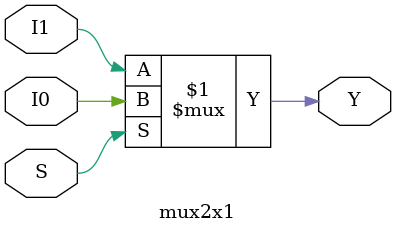
<source format=v>

`timescale 1ns / 1ps

module mux4x1(
input I0, I1, I2, I3,
input S0, S1,
output Y
    );
    wire Y0, Y1;
    mux2x1 m1(I0, I1, S0, Y0);
    mux2x1 m2(I2, I3, S0, Y1);
    mux2x1 m3(Y0, Y1, S1, Y);
endmodule

module mux2x1(
    input I0,
    input I1,
    input S,
    output Y
    );
    assign Y = S ? I0 : I1;
endmodule
</source>
